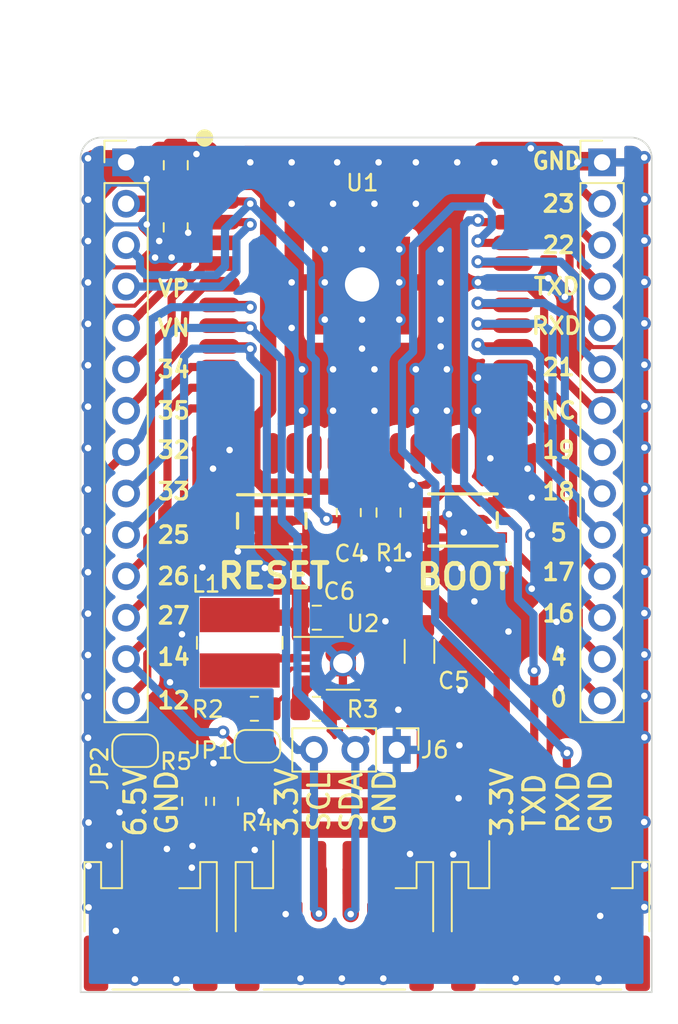
<source format=kicad_pcb>
(kicad_pcb (version 20210623) (generator pcbnew)
  (title_block (date "2019-06-01"))
  (layers (0 "F.Cu" signal) (31 "B.Cu" signal) (34 "B.Paste" user) (35 "F.Paste" user) (36 "B.SilkS" user "B.Silkscreen") (37 "F.SilkS" user "F.Silkscreen") (38 "B.Mask" user) (39 "F.Mask" user) (44 "Edge.Cuts" user))
  (net 0 "")
  (net 1 "+3V3")
  (net 2 "GND")
  (net 3 "Net-(C4-Pad1)")
  (net 4 "MODE")
  (net 5 "Net-(J1-Pad12)")
  (net 6 "Net-(J1-Pad11)")
  (net 7 "Net-(J1-Pad10)")
  (net 8 "Net-(J1-Pad9)")
  (net 9 "BATTERY")
  (net 10 "Net-(J1-Pad7)")
  (net 11 "Net-(J1-Pad6)")
  (net 12 "Net-(J1-Pad5)")
  (net 13 "Net-(J1-Pad4)")
  (net 14 "Net-(J2-Pad2)")
  (net 15 "Net-(J2-Pad3)")
  (net 16 "Net-(J2-Pad4)")
  (net 17 "Net-(J2-Pad5)")
  (net 18 "Net-(J2-Pad6)")
  (net 19 "Net-(J2-Pad7)")
  (net 20 "Net-(J2-Pad8)")
  (net 21 "Net-(J2-Pad9)")
  (net 22 "Net-(J2-Pad10)")
  (net 23 "Net-(J2-Pad11)")
  (net 24 "Net-(J2-Pad12)")
  (net 25 "Net-(J2-Pad13)")
  (net 26 "Net-(J2-Pad14)")
  (net 27 "Net-(J1-Pad14)")
  (net 28 "+6V")
  (net 29 "Net-(L1-Pad1)")
  (net 30 "Net-(JP1-Pad2)")
  (net 31 "Net-(R3-Pad1)")
  (net 43 "Net-(R4-Pad2)")
  (footprint "Capacitor_SMD:C_0805_2012Metric_Pad1.18x1.45mm_HandSolder" (layer "F.Cu") (at 152.65 99.24 -90)
    (fp_text reference "C1" hide)
    (fp_text value "10u")
  )
  (footprint "Capacitor_SMD:C_0805_2012Metric_Pad1.18x1.45mm_HandSolder" (layer "F.Cu") (at 152.654 95.4255 90)
    (fp_text reference "C2" hide)
    (fp_text value "0.1u")
  )
  (footprint "Capacitor_SMD:C_0805_2012Metric_Pad1.18x1.45mm_HandSolder" (layer "F.Cu") (at 165.7096 116.7384 90)
    (fp_text reference "C4")
    (fp_text value "0.1u")
  )
  (footprint "Connector_PinHeader_2.54mm:PinHeader_1x14_P2.54mm_Vertical" (layer "F.Cu") (at 149.606 95.25)
    (fp_text reference "J1")
    (fp_text value "Conn_01x14")
  )
  (footprint "Connector_PinHeader_2.54mm:PinHeader_1x14_P2.54mm_Vertical" (layer "F.Cu") (at 178.816 95.25)
    (fp_text reference "J2")
    (fp_text value "Conn_01x14")
  )
  (footprint "Resistor_SMD:R_0805_2012Metric_Pad1.20x1.40mm_HandSolder" (layer "F.Cu") (at 163.2712 116.7384 -90)
    (fp_text reference "R1")
    (fp_text value "10k")
  )
  (footprint "Connector_JST:JST_PH_S2B-PH-SM4-TB_1x02-1MP_P2.00mm_Horizontal" (layer "F.Cu") (at 151.1128 141.4964)
    (fp_text reference "J3")
    (fp_text value "Conn_01x02_Male")
  )
  (footprint "Connector_JST:JST_PH_S4B-PH-SM4-TB_1x04-1MP_P2.00mm_Horizontal" (layer "F.Cu") (at 175.652 141.4964)
    (fp_text reference "J4")
    (fp_text value "Conn_01x04_Male")
  )
  (footprint "Connector_JST:JST_PH_S4B-PH-SM4-TB_1x04-1MP_P2.00mm_Horizontal" (layer "F.Cu") (at 162.3904 141.4964)
    (fp_text reference "J5")
    (fp_text value "Conn_01x04_Male")
  )
  (footprint "Resistor_SMD:R_0805_2012Metric_Pad1.20x1.40mm_HandSolder" (layer "F.Cu") (at 153.78 134.46 -90)
    (fp_text reference "R5")
    (fp_text value "1M")
  )
  (footprint "Resistor_SMD:R_0805_2012Metric_Pad1.20x1.40mm_HandSolder" (layer "F.Cu") (at 155.74 134.46 90)
    (fp_text reference "R4")
    (fp_text value "1M" hide)
  )
  (footprint "Capacitor_SMD:C_1206_3216Metric_Pad1.33x1.80mm_HandSolder" (layer "F.Cu") (at 167.61 125.26 90)
    (fp_text reference "C5")
    (fp_text value "4.7u")
  )
  (footprint "Local:VSSOP-8_3.0x3.0mm_P0.65mm_withPAD" (layer "F.Cu") (at 162.91 125.99)
    (fp_text reference "U2")
    (fp_text value "TPS62840")
  )
  (footprint "Capacitor_SMD:C_0805_2012Metric_Pad1.18x1.45mm_HandSolder" (layer "F.Cu") (at 161.31 123.19)
    (fp_text reference "C6")
    (fp_text value "10u")
  )
  (footprint "Resistor_SMD:R_0805_2012Metric_Pad1.20x1.40mm_HandSolder" (layer "F.Cu") (at 161.29 128.78)
    (fp_text reference "R3")
    (fp_text value "52.3k")
  )
  (footprint "Jumper:SolderJumper-2_P1.3mm_Open_RoundedPad1.0x1.5mm" (layer "F.Cu") (at 157.66 131.08)
    (fp_text reference "JP1")
    (fp_text value "SolderJumper_2_Open")
  )
  (footprint "Jumper:SolderJumper-2_P1.3mm_Open_RoundedPad1.0x1.5mm" (layer "F.Cu") (at 150.16 131.35)
    (fp_text reference "JP2")
    (fp_text value "SolderJumper_2_Open")
  )
  (footprint "Akizuki:SKRPACE010" (layer "F.Cu") (at 158.5468 117.2464)
    (fp_text reference "SW1" hide)
    (fp_text value "RESET")
  )
  (footprint "Local:VLCF5028T-1R8N2R2-2" (layer "F.Cu") (at 156.58 124.73 90)
    (fp_text reference "L1")
    (fp_text value "2.2u" hide)
  )
  (footprint "Local:ESP32-WROOM" (layer "F.Cu") (at 164.33 100.36 180)
    (fp_text reference "U1")
    (fp_text value "ESP32-WROOM")
  )
  (footprint "Connector_PinHeader_2.54mm:PinHeader_1x03_P2.54mm_Vertical" (layer "F.Cu") (at 166.215 131.3025 -90)
    (fp_text reference "J6")
    (fp_text value "Conn_01x03_Male")
  )
  (footprint "Akizuki:SKRPACE010" (layer "F.Cu") (at 170.2816 117.1956)
    (fp_text reference "SW2" hide)
    (fp_text value "BOOT")
  )
  (footprint "Resistor_SMD:R_0805_2012Metric_Pad1.20x1.40mm_HandSolder" (layer "F.Cu") (at 157.48 128.78 180)
    (fp_text reference "R2")
    (fp_text value "1M")
  )
  (gr_arc (start 180.594 94.996) (end 181.864 94.996) (angle -90) (layer "Edge.Cuts") (width 0.1))
  (gr_arc (start 148.082 94.996) (end 148.082 93.726) (angle -90) (layer "Edge.Cuts") (width 0.1))
  (gr_line (start 146.812 146.17) (end 146.812 94.996) (layer "Edge.Cuts") (width 0.1))
  (gr_line (start 181.864 94.996) (end 181.864 146.17) (layer "Edge.Cuts") (width 0.1))
  (gr_line (start 148.082 93.726) (end 180.594 93.726) (layer "Edge.Cuts") (width 0.1))
  (gr_line (start 181.864 146.17) (end 146.812 146.17) (layer "Edge.Cuts") (width 0.1))
  (gr_text "GND" (at 176.02 95.17) (layer "F.SilkS") (effects (font (size 1.016 0.95) (thickness 0.2032))))
  (gr_text "23" (at 176.149 97.79) (layer "F.SilkS") (effects (font (size 1.016 1.016) (thickness 0.2032))))
  (gr_text "22" (at 176.149 100.33) (layer "F.SilkS") (effects (font (size 1.016 1.016) (thickness 0.2032))))
  (gr_text "21" (at 176.149 107.823) (layer "F.SilkS") (effects (font (size 1.016 1.016) (thickness 0.2032))))
  (gr_text "TXD" (at 176.022 102.87) (layer "F.SilkS") (effects (font (size 1.016 1.016) (thickness 0.2032))))
  (gr_text "RXD" (at 176.01 105.283) (layer "F.SilkS") (effects (font (size 1.016 1.016) (thickness 0.2032))))
  (gr_text "18" (at 176.149 115.443) (layer "F.SilkS") (effects (font (size 1.016 1.016) (thickness 0.2032))))
  (gr_text "5" (at 176.149 117.983) (layer "F.SilkS") (effects (font (size 1.016 1.016) (thickness 0.2032))))
  (gr_text "17" (at 176.149 120.396) (layer "F.SilkS") (effects (font (size 1.016 1.016) (thickness 0.2032))))
  (gr_text "16" (at 176.149 122.936) (layer "F.SilkS") (effects (font (size 1.016 1.016) (thickness 0.2032))))
  (gr_text "NC" (at 176.149 110.49) (layer "F.SilkS") (effects (font (size 1.016 1.016) (thickness 0.2032))))
  (gr_text "19" (at 176.149 112.903) (layer "F.SilkS") (effects (font (size 1.016 1.016) (thickness 0.2032))))
  (gr_text "0" (at 176.149 128.143) (layer "F.SilkS") (effects (font (size 1.016 1.016) (thickness 0.2032))))
  (gr_text "4" (at 176.149 125.603) (layer "F.SilkS") (effects (font (size 1.016 1.016) (thickness 0.2032))))
  (gr_text "33" (at 152.527 115.443) (layer "F.SilkS") (effects (font (size 1.016 1.016) (thickness 0.2032))))
  (gr_text "25" (at 152.527 118.11) (layer "F.SilkS") (effects (font (size 1.016 1.016) (thickness 0.2032))))
  (gr_text "35" (at 152.527 110.49) (layer "F.SilkS") (effects (font (size 1.016 1.016) (thickness 0.2032))))
  (gr_text "34" (at 152.527 107.95) (layer "F.SilkS") (effects (font (size 1.016 1.016) (thickness 0.2032))))
  (gr_text "VP" (at 152.527 102.997) (layer "F.SilkS") (effects (font (size 1.016 1.016) (thickness 0.2032))))
  (gr_text "VN" (at 152.527 105.41) (layer "F.SilkS") (effects (font (size 1.016 1.016) (thickness 0.2032))))
  (gr_text "32" (at 152.527 112.903) (layer "F.SilkS") (effects (font (size 1.016 1.016) (thickness 0.2032))))
  (gr_text "12" (at 152.527 128.27) (layer "F.SilkS") (effects (font (size 1.016 1.016) (thickness 0.2032))))
  (gr_text "27" (at 152.527 123.063) (layer "F.SilkS") (effects (font (size 1.016 1.016) (thickness 0.2032))))
  (gr_text "26" (at 152.527 120.65) (layer "F.SilkS") (effects (font (size 1.016 1.016) (thickness 0.2032))))
  (gr_text "14" (at 152.527 125.603) (layer "F.SilkS") (effects (font (size 1.016 1.016) (thickness 0.2032))))
  (gr_text "GND" (at 152.104 134.52 90) (layer "F.SilkS") (effects (font (size 1.3 1.3) (thickness 0.2))))
  (gr_text "3.3V" (at 159.47 134.52 90) (layer "F.SilkS") (effects (font (size 1.3 1.3) (thickness 0.2))))
  (gr_text "SCL" (at 161.4512 134.52 90) (layer "F.SilkS") (effects (font (size 1.3 1.3) (thickness 0.2))))
  (gr_text "SDA" (at 163.4324 134.52 90) (layer "F.SilkS") (effects (font (size 1.3 1.3) (thickness 0.2))))
  (gr_text "GND" (at 165.4644 134.52 90) (layer "F.SilkS") (effects (font (size 1.3 1.3) (thickness 0.2))))
  (gr_text "3.3V" (at 172.678 134.52 90) (layer "F.SilkS") (effects (font (size 1.3 1.3) (thickness 0.2))))
  (gr_text "TXD" (at 174.6592 134.52 90) (layer "F.SilkS") (effects (font (size 1.3 1.3) (thickness 0.2))))
  (gr_text "RXD" (at 176.742 134.52 90) (layer "F.SilkS") (effects (font (size 1.3 1.3) (thickness 0.2))))
  (gr_text "GND" (at 178.7232 134.52 90) (layer "F.SilkS") (effects (font (size 1.3 1.3) (thickness 0.2))))
  (gr_text "6.5V" (at 150.1736 134.52 90) (layer "F.SilkS") (effects (font (size 1.3 1.3) (thickness 0.2))))
  (segment (start 170.20248 136.19688) (end 172.652 138.6464) (width 1) (layer "F.Cu") (net 1))
  (segment (start 162.616699 115.146399) (end 162.714963 115.244663) (width 1) (layer "F.Cu") (net 1))
  (segment (start 159.3904 138.6464) (end 159.3904 136.8964) (width 1) (layer "F.Cu") (net 1))
  (segment (start 168.074261 121.749511) (end 172.652 126.32725) (width 1) (layer "F.Cu") (net 1))
  (segment (start 160.08992 136.19688) (end 170.20248 136.19688) (width 1) (layer "F.Cu") (net 1))
  (segment (start 158.326001 97.261999) (end 158.326001 110.405999) (width 1) (layer "F.Cu") (net 1))
  (segment (start 151.5595 98.1225) (end 152.654 98.1225) (width 1) (layer "F.Cu") (net 1))
  (segment (start 160.2725 123.19) (end 160.2725 124.302989) (width 1) (layer "F.Cu") (net 1))
  (segment (start 168.074261 121.749511) (end 160.519511 121.749511) (width 1) (layer "F.Cu") (net 1))
  (segment (start 157.353 114.274359) (end 157.302441 114.274359) (width 1) (layer "F.Cu") (net 1))
  (segment (start 156.430401 115.146399) (end 155.386799 115.146399) (width 1) (layer "F.Cu") (net 1))
  (segment (start 160.519511 121.749511) (end 160.2725 121.5025) (width 1) (layer "F.Cu") (net 1))
  (segment (start 151.227 97.79) (end 149.606 97.79) (width 1) (layer "F.Cu") (net 1))
  (segment (start 160.2725 121.5025) (end 160.2725 123.19) (width 1) (layer "F.Cu") (net 1))
  (segment (start 158.326001 110.405999) (end 157.353 111.379) (width 1) (layer "F.Cu") (net 1))
  (segment (start 157.353 111.379) (end 157.353 114.274359) (width 1) (layer "F.Cu") (net 1))
  (segment (start 155.313 96.363) (end 155.33 96.38) (width 1) (layer "F.Cu") (net 1))
  (segment (start 155.33 96.38) (end 155.400009 96.450009) (width 1) (layer "F.Cu") (net 1))
  (segment (start 157.063056 121.28) (end 160.05 121.28) (width 1) (layer "F.Cu") (net 1))
  (segment (start 162.714963 115.244663) (end 163.2712 115.8009) (width 1) (layer "F.Cu") (net 1))
  (segment (start 159.3904 136.8964) (end 160.08992 136.19688) (width 1) (layer "F.Cu") (net 1))
  (segment (start 158.22504 115.146399) (end 162.616699 115.146399) (width 1) (layer "F.Cu") (net 1))
  (segment (start 151.227 97.79) (end 151.5595 98.1225) (width 1) (layer "F.Cu") (net 1))
  (segment (start 160.05 121.28) (end 160.2725 121.5025) (width 1) (layer "F.Cu") (net 1))
  (segment (start 155.400009 96.450009) (end 157.514011 96.450009) (width 1) (layer "F.Cu") (net 1))
  (segment (start 154.87401 115.659188) (end 154.87401 119.090954) (width 1) (layer "F.Cu") (net 1))
  (segment (start 160.2725 124.302989) (end 160.71 124.740489) (width 1) (layer "F.Cu") (net 1))
  (segment (start 157.353 114.274359) (end 158.22504 115.146399) (width 1) (layer "F.Cu") (net 1))
  (segment (start 157.302441 114.274359) (end 156.430401 115.146399) (width 1) (layer "F.Cu") (net 1))
  (segment (start 152.654 96.363) (end 152.654 98.1225) (width 1) (layer "F.Cu") (net 1))
  (segment (start 156.74 123.19) (end 156.58 123.03) (width 1) (layer "F.Cu") (net 1))
  (segment (start 155.386799 115.146399) (end 154.87401 115.659188) (width 1) (layer "F.Cu") (net 1))
  (segment (start 152.654 96.363) (end 155.313 96.363) (width 1) (layer "F.Cu") (net 1))
  (segment (start 160.2725 123.19) (end 156.74 123.19) (width 1) (layer "F.Cu") (net 1))
  (segment (start 172.652 126.32725) (end 172.652 138.6464) (width 1) (layer "F.Cu") (net 1))
  (segment (start 154.87401 119.090954) (end 157.063056 121.28) (width 1) (layer "F.Cu") (net 1))
  (segment (start 157.514011 96.450009) (end 158.326001 97.261999) (width 1) (layer "F.Cu") (net 1))
  (segment (start 164.03 102.81) (end 164.03 102.81) (width 1) (layer "F.Cu") (net 2))
  (segment (start 176.929999 105.263001) (end 178.251999 106.585001) (width 0.25) (layer "F.Cu") (net 2))
  (segment (start 147.27 128.02) (end 147.27 130.56) (width 0.2) (layer "F.Cu") (net 2))
  (segment (start 163.575 124.365) (end 164.03 124.82) (width 1) (layer "F.Cu") (net 2))
  (segment (start 149.606 95.25) (end 149.86 95.25) (width 1) (layer "F.Cu") (net 2))
  (segment (start 181.4 140.94) (end 181.41 140.95) (width 0.5) (layer "F.Cu") (net 2))
  (segment (start 164.03 98.81) (end 164.03 102.81) (width 1) (layer "F.Cu") (net 2))
  (segment (start 153.924 94.742) (end 151.848 94.742) (width 1) (layer "F.Cu") (net 2))
  (segment (start 177.292 95.25) (end 176.726315 95.25) (width 1) (layer "F.Cu") (net 2))
  (segment (start 147.574 94.996) (end 153.67 94.996) (width 1) (layer "F.Cu") (net 2))
  (segment (start 151.8135 100.838) (end 152.654 99.9975) (width 1) (layer "F.Cu") (net 2))
  (segment (start 162.91 125.99) (end 162.91 125.03) (width 1) (layer "F.Cu") (net 2))
  (segment (start 176.929999 103.904999) (end 176.929999 105.263001) (width 0.25) (layer "F.Cu") (net 2))
  (segment (start 147.574 102.616) (end 148.495001 101.694999) (width 0.25) (layer "F.Cu") (net 2))
  (segment (start 153.924 94.742) (end 158.5468 94.742) (width 1) (layer "F.Cu") (net 2))
  (segment (start 147.574 105.156) (end 148.684999 104.045001) (width 0.25) (layer "F.Cu") (net 2))
  (segment (start 153.416 99.568) (end 153.0835 99.568) (width 1) (layer "F.Cu") (net 2))
  (segment (start 147.27 115.32) (end 147.27 128.02) (width 0.2) (layer "F.Cu") (net 2))
  (segment (start 160.47 95.25) (end 164.03 98.81) (width 1) (layer "F.Cu") (net 2))
  (segment (start 147.27 112.78) (end 147.27 115.32) (width 0.2) (layer "F.Cu") (net 2))
  (segment (start 158.5468 94.742) (end 159.0548 95.25) (width 1) (layer "F.Cu") (net 2))
  (segment (start 176.726315 95.25) (end 175.964315 94.488) (width 1) (layer "F.Cu") (net 2))
  (segment (start 172.48601 95.22999) (end 167.61001 95.22999) (width 1) (layer "F.Cu") (net 2))
  (segment (start 176.565989 103.667989) (end 176.565989 104.503506) (width 1) (layer "F.Cu") (net 2))
  (segment (start 162.91 125.03) (end 163.155 124.785) (width 1) (layer "F.Cu") (net 2))
  (segment (start 178.251999 106.585001) (end 179.672999 106.585001) (width 0.25) (layer "F.Cu") (net 2))
  (segment (start 151.848 94.742) (end 150.350001 96.239999) (width 1) (layer "F.Cu") (net 2))
  (segment (start 152.4 101.092) (end 151.156001 102.335999) (width 1) (layer "F.Cu") (net 2))
  (segment (start 150.781001 101.694999) (end 151.384 101.092) (width 0.5) (layer "F.Cu") (net 2))
  (segment (start 176.53 103.505) (end 176.929999 103.904999) (width 0.25) (layer "F.Cu") (net 2))
  (segment (start 176.53 103.505) (end 176.53 107.403002) (width 0.25) (layer "F.Cu") (net 2))
  (segment (start 150.876 103.308046) (end 151.222023 102.962023) (width 0.25) (layer "F.Cu") (net 2))
  (segment (start 173.33 95.11) (end 172.606 95.11) (width 1) (layer "F.Cu") (net 2))
  (segment (start 150.350001 96.239999) (end 149.379918 96.239999) (width 1) (layer "F.Cu") (net 2))
  (segment (start 153.0835 99.568) (end 152.654 99.9975) (width 1) (layer "F.Cu") (net 2))
  (segment (start 149.86 95.25) (end 150.876 96.266) (width 1) (layer "F.Cu") (net 2))
  (segment (start 150.527001 101.694999) (end 150.781001 101.694999) (width 0.5) (layer "F.Cu") (net 2))
  (segment (start 152.0675 99.9975) (end 151.384 99.314) (width 1) (layer "F.Cu") (net 2))
  (segment (start 159.766 102.616) (end 161.798 102.616) (width 1) (layer "F.Cu") (net 2))
  (segment (start 149.379918 96.239999) (end 149.592818 95.973031) (width 1) (layer "F.Cu") (net 2))
  (segment (start 148.684999 104.045001) (end 150.139045 104.045001) (width 0.25) (layer "F.Cu") (net 2))
  (segment (start 164.084 106.68) (end 164.084 104.902) (width 1) (layer "F.Cu") (net 2))
  (segment (start 148.717 96.139) (end 148.717 96.393) (width 1) (layer "F.Cu") (net 2))
  (segment (start 177.292 95.25) (end 178.593809 95.25) (width 1) (layer "F.Cu") (net 2))
  (segment (start 157.086 95.11) (end 157.226 95.25) (width 1) (layer "F.Cu") (net 2))
  (segment (start 150.527001 101.694999) (end 150.527001 101.706999) (width 0.5) (layer "F.Cu") (net 2))
  (segment (start 147.27 110.24) (end 147.27 130.56) (width 0.5) (layer "F.Cu") (net 2))
  (segment (start 162.4 123.19) (end 163.575 124.365) (width 1) (layer "F.Cu") (net 2))
  (segment (start 159.0548 95.25) (end 160.47 95.25) (width 1) (layer "F.Cu") (net 2))
  (segment (start 176.53 103.505) (end 176.53 103.632) (width 1) (layer "F.Cu") (net 2))
  (segment (start 176.53 107.403002) (end 178.416587 109.289589) (width 0.25) (layer "F.Cu") (net 2))
  (segment (start 150.876 95.25) (end 150.876 96.266) (width 1) (layer "F.Cu") (net 2))
  (segment (start 152.654 99.9975) (end 152.3215 99.9975) (width 1) (layer "F.Cu") (net 2))
  (segment (start 150.139045 104.045001) (end 150.876 103.308046) (width 0.25) (layer "F.Cu") (net 2))
  (segment (start 178.295 95.11) (end 178.435 95.25) (width 1) (layer "F.Cu") (net 2))
  (segment (start 167.61001 95.22999) (end 164.03 98.81) (width 1) (layer "F.Cu") (net 2))
  (segment (start 150.527001 101.694999) (end 150.527001 101.333001) (width 0.5) (layer "F.Cu") (net 2))
  (segment (start 151.275999 100.584003) (end 151.275999 99.459999) (width 0.5) (layer "F.Cu") (net 2))
  (segment (start 176.53 103.632) (end 176.565989 103.667989) (width 1) (layer "F.Cu") (net 2))
  (segment (start 162.3475 125.4275) (end 162.91 125.99) (width 1) (layer "F.Cu") (net 2))
  (segment (start 152.654 94.488) (end 154.708 94.488) (width 1) (layer "F.Cu") (net 2))
  (segment (start 151.797001 101.694999) (end 152.4 101.092) (width 0.5) (layer "F.Cu") (net 2))
  (segment (start 162.3475 123.19) (end 162.4 123.19) (width 1) (layer "F.Cu") (net 2))
  (segment (start 149.606 95.25) (end 147.828 95.25) (width 1) (layer "F.Cu") (net 2))
  (segment (start 172.606 95.11) (end 172.48601 95.22999) (width 1) (layer "F.Cu") (net 2))
  (segment (start 166.3931 115.8009) (end 167.132 115.062) (width 0.5) (layer "F.Cu") (net 2))
  (segment (start 151.638 94.488) (end 150.876 95.25) (width 1) (layer "F.Cu") (net 2))
  (segment (start 151.156001 102.335999) (end 151.156001 102.497715) (width 1) (layer "F.Cu") (net 2))
  (segment (start 150.527001 101.333001) (end 151.275999 100.584003) (width 0.5) (layer "F.Cu") (net 2))
  (segment (start 167.132 115.062) (end 167.132 118.872) (width 0.5) (layer "F.Cu") (net 2))
  (segment (start 157.226 95.25) (end 159.0548 95.25) (width 1) (layer "F.Cu") (net 2))
  (segment (start 162.3475 123.9075) (end 163.155 124.715) (width 1) (layer "F.Cu") (net 2))
  (segment (start 153.67 94.996) (end 153.924 94.742) (width 1) (layer "F.Cu") (net 2))
  (segment (start 178.416587 109.289589) (end 180.155589 109.289589) (width 0.25) (layer "F.Cu") (net 2))
  (segment (start 150.527001 101.706999) (end 151.156001 102.335999) (width 0.5) (layer "F.Cu") (net 2))
  (segment (start 164.1725 123.6975) (end 164.119755 123.750245) (width 1) (layer "F.Cu") (net 2))
  (segment (start 162.3475 123.9075) (end 162.3475 125.4275) (width 1) (layer "F.Cu") (net 2))
  (segment (start 165.7096 115.8009) (end 166.3931 115.8009) (width 0.5) (layer "F.Cu") (net 2))
  (segment (start 175.964315 94.488) (end 171.45 94.488) (width 1) (layer "F.Cu") (net 2))
  (segment (start 163.155 124.785) (end 163.575 124.365) (width 1) (layer "F.Cu") (net 2))
  (segment (start 176.53 103.505) (end 176.53 104.070685) (width 0.25) (layer "F.Cu") (net 2))
  (segment (start 177.025 95.11) (end 177.165 95.25) (width 1) (layer "F.Cu") (net 2))
  (segment (start 149.606 95.25) (end 149.606 95.504) (width 1) (layer "F.Cu") (net 2))
  (segment (start 150.527001 101.694999) (end 151.797001 101.694999) (width 0.5) (layer "F.Cu") (net 2))
  (segment (start 154.708 94.488) (end 155.33 95.11) (width 1) (layer "F.Cu") (net 2))
  (segment (start 152.654 94.488) (end 151.638 94.488) (width 1) (layer "F.Cu") (net 2))
  (segment (start 163.559511 123.19) (end 164.119755 123.750245) (width 1) (layer "F.Cu") (net 2))
  (segment (start 164.119755 123.750245) (end 165.11 124.740489) (width 1) (layer "F.Cu") (net 2))
  (segment (start 176.565989 104.503506) (end 176.766241 104.703758) (width 1) (layer "F.Cu") (net 2))
  (segment (start 173.33 95.11) (end 178.295 95.11) (width 1) (layer "F.Cu") (net 2))
  (segment (start 162.3475 123.19) (end 162.3475 123.9075) (width 1) (layer "F.Cu") (net 2))
  (segment (start 176.53 104.070685) (end 176.599315 104.14) (width 0.25) (layer "F.Cu") (net 2))
  (segment (start 147.574 94.996) (end 148.717 96.139) (width 1) (layer "F.Cu") (net 2))
  (segment (start 167.61 123.6975) (end 164.1725 123.6975) (width 1) (layer "F.Cu") (net 2))
  (segment (start 148.717 96.393) (end 147.574 97.536) (width 1) (layer "F.Cu") (net 2))
  (segment (start 165.7096 115.8009) (end 165.9359 115.8009) (width 0.5) (layer "F.Cu") (net 2))
  (segment (start 155.33 95.11) (end 157.086 95.11) (width 1) (layer "F.Cu") (net 2))
  (segment (start 151.384 100.838) (end 151.8135 100.838) (width 1) (layer "F.Cu") (net 2))
  (segment (start 147.27 95) (end 147.27 110.24) (width 0.5) (layer "F.Cu") (net 2))
  (segment (start 149.606 95.504) (end 148.717 96.393) (width 1) (layer "F.Cu") (net 2))
  (segment (start 181.4 94.95) (end 181.4 140.94) (width 0.5) (layer "F.Cu") (net 2))
  (segment (start 168.91 102.616) (end 166.37 102.616) (width 1) (layer "F.Cu") (net 2))
  (segment (start 163.155 124.715) (end 163.155 124.785) (width 1) (layer "F.Cu") (net 2))
  (segment (start 177.292 95.25) (end 176.276 94.234) (width 0.25) (layer "F.Cu") (net 2))
  (segment (start 151.384 100.838) (end 151.384 99.64407) (width 1) (layer "F.Cu") (net 2))
  (segment (start 151.275999 99.459999) (end 150.876 99.06) (width 0.5) (layer "F.Cu") (net 2))
  (segment (start 178.593809 95.25) (end 178.695534 95.351725) (width 1) (layer "F.Cu") (net 2))
  (segment (start 173.33 95.11) (end 177.025 95.11) (width 1) (layer "F.Cu") (net 2))
  (segment (start 151.06244 99.32251) (end 150.837965 99.098035) (width 1) (layer "F.Cu") (net 2))
  (segment (start 152.654 99.9975) (end 152.0675 99.9975) (width 1) (layer "F.Cu") (net 2))
  (segment (start 148.495001 101.694999) (end 150.527001 101.694999) (width 0.25) (layer "F.Cu") (net 2))
  (segment (start 176.276 94.234) (end 171.704 94.234) (width 0.25) (layer "F.Cu") (net 2))
  (segment (start 162.3475 123.19) (end 163.559511 123.19) (width 1) (layer "F.Cu") (net 2))
  (segment (start 151.384 99.64407) (end 151.06244 99.32251) (width 1) (layer "F.Cu") (net 2))
  (via (at 166.37 100.584) (size 0.8) (drill 0.4) (layers "F.Cu" "B.Cu") (net 2))
  (via (at 166.37 102.616) (size 0.8) (drill 0.4) (layers "F.Cu" "B.Cu") (net 2))
  (via (at 164.846 107.95) (size 0.8) (drill 0.4) (layers "F.Cu" "B.Cu") (net 2))
  (via (at 166.37 104.902) (size 0.8) (drill 0.4) (layers "F.Cu" "B.Cu") (net 2))
  (via (at 164.846 110.49) (size 0.8) (drill 0.4) (layers "F.Cu" "B.Cu") (net 2))
  (via (at 153.924 94.742) (size 0.8) (drill 0.4) (layers "F.Cu" "B.Cu") (net 2))
  (via (at 167.386 107.95) (size 0.8) (drill 0.4) (layers "F.Cu" "B.Cu") (net 2))
  (via (at 162.306 107.95) (size 0.8) (drill 0.4) (layers "F.Cu" "B.Cu") (net 2))
  (via (at 159.766 95.25) (size 0.8) (drill 0.4) (layers "F.Cu" "B.Cu") (net 2))
  (via (at 167.386 95.25) (size 0.8) (drill 0.4) (layers "F.Cu" "B.Cu") (net 2))
  (via (at 169.926 95.25) (size 0.8) (drill 0.4) (layers "F.Cu" "B.Cu") (net 2))
  (via (at 167.386 110.49) (size 0.8) (drill 0.4) (layers "F.Cu" "B.Cu") (net 2))
  (via (at 162.306 110.49) (size 0.8) (drill 0.4) (layers "F.Cu" "B.Cu") (net 2))
  (via (at 159.766 97.79) (size 0.8) (drill 0.4) (layers "F.Cu" "B.Cu") (net 2))
  (via (at 162.306 97.79) (size 0.8) (drill 0.4) (layers "F.Cu" "B.Cu") (net 2))
  (via (at 164.846 97.79) (size 0.8) (drill 0.4) (layers "F.Cu" "B.Cu") (net 2))
  (via (at 167.386 97.79) (size 0.8) (drill 0.4) (layers "F.Cu" "B.Cu") (net 2))
  (via (at 172.212 95.25) (size 0.8) (drill 0.4) (layers "F.Cu" "B.Cu") (net 2))
  (via (at 174.44 94.39) (size 0.8) (drill 0.4) (layers "F.Cu" "B.Cu") (net 2))
  (via (at 177.292 95.25) (size 0.8) (drill 0.4) (layers "F.Cu" "B.Cu") (net 2))
  (via (at 181.4 94.95) (size 0.8) (drill 0.4) (layers "F.Cu" "B.Cu") (net 2))
  (via (at 147.27 95) (size 0.8) (drill 0.4) (layers "F.Cu" "B.Cu") (net 2))
  (via (at 181.41 97.51) (size 0.8) (drill 0.4) (layers "F.Cu" "B.Cu") (net 2))
  (via (at 147.27 97.54) (size 0.8) (drill 0.4) (layers "F.Cu" "B.Cu") (net 2))
  (via (at 181.41 100.05) (size 0.8) (drill 0.4) (layers "F.Cu" "B.Cu") (net 2))
  (via (at 147.27 100.08) (size 0.8) (drill 0.4) (layers "F.Cu" "B.Cu") (net 2))
  (via (at 181.41 102.59) (size 0.8) (drill 0.4) (layers "F.Cu" "B.Cu") (net 2))
  (via (at 147.27 102.62) (size 0.8) (drill 0.4) (layers "F.Cu" "B.Cu") (net 2))
  (via (at 181.41 105.13) (size 0.8) (drill 0.4) (layers "F.Cu" "B.Cu") (net 2))
  (via (at 147.27 105.16) (size 0.8) (drill 0.4) (layers "F.Cu" "B.Cu") (net 2))
  (via (at 181.41 107.67) (size 0.8) (drill 0.4) (layers "F.Cu" "B.Cu") (net 2))
  (via (at 147.27 107.7) (size 0.8) (drill 0.4) (layers "F.Cu" "B.Cu") (net 2))
  (via (at 181.41 110.21) (size 0.8) (drill 0.4) (layers "F.Cu" "B.Cu") (net 2))
  (via (at 147.27 110.24) (size 0.8) (drill 0.4) (layers "F.Cu" "B.Cu") (net 2))
  (via (at 181.41 112.75) (size 0.8) (drill 0.4) (layers "F.Cu" "B.Cu") (net 2))
  (via (at 147.27 112.78) (size 0.8) (drill 0.4) (layers "F.Cu" "B.Cu") (net 2))
  (via (at 181.41 115.29) (size 0.8) (drill 0.4) (layers "F.Cu" "B.Cu") (net 2))
  (via (at 147.27 115.32) (size 0.8) (drill 0.4) (layers "F.Cu" "B.Cu") (net 2))
  (via (at 181.41 117.83) (size 0.8) (drill 0.4) (layers "F.Cu" "B.Cu") (net 2))
  (via (at 147.27 117.86) (size 0.8) (drill 0.4) (layers "F.Cu" "B.Cu") (net 2))
  (via (at 181.41 120.37) (size 0.8) (drill 0.4) (layers "F.Cu" "B.Cu") (net 2))
  (via (at 147.27 120.4) (size 0.8) (drill 0.4) (layers "F.Cu" "B.Cu") (net 2))
  (via (at 181.41 122.91) (size 0.8) (drill 0.4) (layers "F.Cu" "B.Cu") (net 2))
  (via (at 147.27 122.94) (size 0.8) (drill 0.4) (layers "F.Cu" "B.Cu") (net 2))
  (via (at 181.41 125.45) (size 0.8) (drill 0.4) (layers "F.Cu" "B.Cu") (net 2))
  (via (at 147.27 125.48) (size 0.8) (drill 0.4) (layers "F.Cu" "B.Cu") (net 2))
  (via (at 181.41 127.99) (size 0.8) (drill 0.4) (layers "F.Cu" "B.Cu") (net 2))
  (via (at 147.27 128.02) (size 0.8) (drill 0.4) (layers "F.Cu" "B.Cu") (net 2))
  (via (at 181.41 130.53) (size 0.8) (drill 0.4) (layers "F.Cu" "B.Cu") (net 2))
  (via (at 147.27 130.56) (size 0.8) (drill 0.4) (layers "F.Cu" "B.Cu") (net 2))
  (via (at 181.4 138.397) (size 0.8) (drill 0.4) (layers "F.Cu" "B.Cu") (net 2))
  (via (at 147.3036 138.427) (size 0.8) (drill 0.4) (layers "F.Cu" "B.Cu") (net 2))
  (via (at 147.3036 140.967) (size 0.8) (drill 0.4) (layers "F.Cu" "B.Cu") (net 2))
  (via (at 173.5156 145.3318) (size 0.8) (drill 0.4) (layers "F.Cu" "B.Cu") (net 2))
  (via (at 176.0556 145.3318) (size 0.8) (drill 0.4) (layers "F.Cu" "B.Cu") (net 2))
  (via (at 178.5956 145.3318) (size 0.8) (drill 0.4) (layers "F.Cu" "B.Cu") (net 2))
  (via (at 150.1476 145.3826) (size 0.8) (drill 0.4) (layers "F.Cu" "B.Cu") (net 2))
  (via (at 152.6876 145.3826) (size 0.8) (drill 0.4) (layers "F.Cu" "B.Cu") (net 2))
  (via (at 160.3076 145.3318) (size 0.8) (drill 0.4) (layers "F.Cu" "B.Cu") (net 2))
  (via (at 162.8476 145.3318) (size 0.8) (drill 0.4) (layers "F.Cu" "B.Cu") (net 2))
  (via (at 165.3876 145.3318) (size 0.8) (drill 0.4) (layers "F.Cu" "B.Cu") (net 2))
  (via (at 147.3036 135.76) (size 0.8) (drill 0.4) (layers "F.Cu" "B.Cu") (net 2))
  (via (at 181.4 135.73) (size 0.8) (drill 0.4) (layers "F.Cu" "B.Cu") (net 2))
  (via (at 176.276 127.508) (size 0.8) (drill 0.4) (layers "F.Cu" "B.Cu") (net 2))
  (via (at 152.2984 127.1524) (size 0.8) (drill 0.4) (layers "F.Cu" "B.Cu") (net 2))
  (via (at 165.1 95.25) (size 0.8) (drill 0.4) (layers "F.Cu" "B.Cu") (net 2))
  (via (at 162.56 95.25) (size 0.8) (drill 0.4) (layers "F.Cu" "B.Cu") (net 2))
  (via (at 151.638 100.076) (size 0.8) (drill 0.4) (layers "F.Cu" "B.Cu") (net 2))
  (via (at 153.416 99.568) (size 0.8) (drill 0.4) (layers "F.Cu" "B.Cu") (net 2))
  (via (at 152.4 101.092) (size 0.8) (drill 0.4) (layers "F.Cu" "B.Cu") (net 2))
  (via (at 151.384 101.092) (size 0.8) (drill 0.4) (layers "F.Cu" "B.Cu") (net 2))
  (via (at 150.876 96.266) (size 0.8) (drill 0.4) (layers "F.Cu" "B.Cu") (net 2))
  (via (at 154.94 114.046) (size 0.8) (drill 0.4) (layers "F.Cu" "B.Cu") (net 2))
  (via (at 164.084 104.902) (size 0.8) (drill 0.4) (layers "F.Cu" "B.Cu") (net 2))
  (via (at 164.084 100.584) (size 0.8) (drill 0.4) (layers "F.Cu" "B.Cu") (net 2))
  (via (at 161.798 102.616) (size 0.8) (drill 0.4) (layers "F.Cu" "B.Cu") (net 2))
  (via (at 161.798 104.902) (size 0.8) (drill 0.4) (layers "F.Cu" "B.Cu") (net 2))
  (via (at 161.798 100.584) (size 0.8) (drill 0.4) (layers "F.Cu" "B.Cu") (net 2))
  (via (at 181.41 140.95) (size 0.8) (drill 0.4) (layers "F.Cu" "B.Cu") (net 2))
  (via (at 156.464 119.126) (size 0.8) (drill 0.4) (layers "F.Cu" "B.Cu") (net 2))
  (via (at 169.291 110.49) (size 0.8) (drill 0.4) (layers "F.Cu" "B.Cu") (net 2))
  (via (at 169.291 107.95) (size 0.8) (drill 0.4) (layers "F.Cu" "B.Cu") (net 2))
  (via (at 168.91 104.902) (size 0.8) (drill 0.4) (layers "F.Cu" "B.Cu") (net 2))
  (via (at 168.91 102.616) (size 0.8) (drill 0.4) (layers "F.Cu" "B.Cu") (net 2))
  (via (at 168.91 100.584) (size 0.8) (drill 0.4) (layers "F.Cu" "B.Cu") (net 2))
  (via (at 170.18 120.142) (size 0.8) (drill 0.4) (layers "F.Cu" "B.Cu") (net 2))
  (via (at 176.276 125.222) (size 0.8) (drill 0.4) (layers "F.Cu" "B.Cu") (net 2))
  (via (at 169.418 116.84) (size 0.8) (drill 0.4) (layers "F.Cu" "B.Cu") (net 2))
  (via (at 166.9288 119.3292) (size 0.8) (drill 0.4) (layers "F.Cu" "B.Cu") (net 2))
  (via (at 170.3324 117.9576) (size 0.8) (drill 0.4) (layers "F.Cu" "B.Cu") (net 2))
  (via (at 176.022 123.444) (size 0.8) (drill 0.4) (layers "F.Cu" "B.Cu") (net 2))
  (via (at 168.91 106.553) (size 0.8) (drill 0.4) (layers "F.Cu" "B.Cu") (net 2))
  (via (at 153.035 124.206) (size 0.8) (drill 0.4) (layers "F.Cu" "B.Cu") (net 2))
  (via (at 155.956 112.903) (size 0.8) (drill 0.4) (layers "F.Cu" "B.Cu") (net 2))
  (via (at 174.244 114.046) (size 0.8) (drill 0.4) (layers "F.Cu" "B.Cu") (net 2))
  (via (at 175.514 102.362) (size 0.8) (drill 0.4) (layers "F.Cu" "B.Cu") (net 2))
  (via (at 176.53 103.505) (size 0.8) (drill 0.4) (layers "F.Cu" "B.Cu") (net 2))
  (via (at 171.196 102.616) (size 0.8) (drill 0.4) (layers "F.Cu" "B.Cu") (net 2))
  (via (at 164.084 106.68) (size 0.8) (drill 0.4) (layers "F.Cu" "B.Cu") (net 2))
  (via (at 167.132 115.062) (size 0.8) (drill 0.4) (layers "F.Cu" "B.Cu") (net 2))
  (via (at 165.71 120.22) (size 0.8) (drill 0.4) (layers "F.Cu" "B.Cu") (net 2))
  (via (at 172.72 120.1928) (size 0.8) (drill 0.4) (layers "F.Cu" "B.Cu") (net 2))
  (via (at 164.2364 119.5324) (size 0.8) (drill 0.4) (layers "F.Cu" "B.Cu") (net 2))
  (via (at 148.9792 142.4108) (size 0.8) (drill 0.4) (layers "F.Cu" "B.Cu") (net 2))
  (via (at 158.12 120.14) (size 0.8) (drill 0.4) (layers "F.Cu" "B.Cu") (net 2))
  (via (at 159.766 105.41) (size 0.8) (drill 0.4) (layers "F.Cu" "B.Cu") (net 2))
  (via (at 159.398 141.38) (size 0.8) (drill 0.4) (layers "F.Cu" "B.Cu") (net 2))
  (via (at 157.226 95.25) (size 0.8) (drill 0.4) (layers "F.Cu" "B.Cu") (net 2))
  (via (at 165.52 123.41) (size 0.8) (drill 0.4) (layers "F.Cu" "B.Cu") (net 2))
  (via (at 174.498 118.11) (size 0.8) (drill 0.4) (layers "F.Cu" "B.Cu") (net 2))
  (via (at 153.64 138.53) (size 0.8) (drill 0.4) (layers "F.Cu" "B.Cu") (net 2))
  (via (at 170.01 134.27) (size 0.8) (drill 0.4) (layers "F.Cu" "B.Cu") (net 2))
  (via (at 173.07 124.04) (size 0.8) (drill 0.4) (layers "F.Cu" "B.Cu") (net 2))
  (via (at 174.498 121.412) (size 0.8) (drill 0.4) (layers "F.Cu" "B.Cu") (net 2))
  (via (at 152.11 137.38) (size 0.8) (drill 0.4) (layers "F.Cu" "B.Cu") (net 2))
  (via (at 148.57 137.17) (size 0.8) (drill 0.4) (layers "F.Cu" "B.Cu") (net 2))
  (via (at 159.766 102.616) (size 0.8) (drill 0.4) (layers "F.Cu" "B.Cu") (net 2))
  (via (at 160.401 107.95) (size 0.8) (drill 0.4) (layers "F.Cu" "B.Cu") (net 2))
  (via (at 157.86 135.06) (size 0.8) (drill 0.4) (layers "F.Cu" "B.Cu") (net 2))
  (via (at 171.958 113.411) (size 0.8) (drill 0.4) (layers "F.Cu" "B.Cu") (net 2))
  (via (at 167.03 137.69) (size 0.8) (drill 0.4) (layers "F.Cu" "B.Cu") (net 2))
  (via (at 171.196 110.49) (size 0.8) (drill 0.4) (layers "F.Cu" "B.Cu") (net 2))
  (via (at 153.68 137.2) (size 0.8) (drill 0.4) (layers "F.Cu" "B.Cu") (net 2))
  (via (at 150.876 99.06) (size 0.8) (drill 0.4) (layers "F.Cu" "B.Cu") (net 2))
  (via (at 157.5 137.44) (size 0.8) (drill 0.4) (layers "F.Cu" "B.Cu") (net 2))
  (via (at 170.98 122.19) (size 0.8) (drill 0.4) (layers "F.Cu" "B.Cu") (net 2))
  (via (at 170.13 127.64) (size 0.8) (drill 0.4) (layers "F.Cu" "B.Cu") (net 2))
  (via (at 154.29 120.11) (size 0.8) (drill 0.4) (layers "F.Cu" "B.Cu") (net 2))
  (via (at 169.68 137.72) (size 0.8) (drill 0.4) (layers "F.Cu" "B.Cu") (net 2))
  (via (at 170.06 131.02) (size 0.8) (drill 0.4) (layers "F.Cu" "B.Cu") (net 2))
  (via (at 166.31 128.84) (size 0.8) (drill 0.4) (layers "F.Cu" "B.Cu") (net 2))
  (via (at 174.498 115.824) (size 0.8) (drill 0.4) (layers "F.Cu" "B.Cu") (net 2))
  (via (at 178.7 141.49) (size 0.8) (drill 0.4) (layers "F.Cu" "B.Cu") (net 2))
  (via (at 160.401 110.49) (size 0.8) (drill 0.4) (layers "F.Cu" "B.Cu") (net 2))
  (via (at 149.2 135.13) (size 0.8) (drill 0.4) (layers "F.Cu" "B.Cu") (net 2))
  (via (at 164.084 102.743) (size 2.2) (drill 2.1) (layers "F.Cu" "B.Cu") (net 2))
  (via (at 154.97 132.12) (size 0.8) (drill 0.4) (layers "F.Cu" "B.Cu") (net 2))
  (via (at 171.196 108.458) (size 0.8) (drill 0.4) (layers "F.Cu" "B.Cu") (net 2))
  (segment (start 169.291 110.49) (end 169.291 116.713) (width 0.25) (layer "B.Cu") (net 2))
  (segment (start 153.416 99.002315) (end 149.972572 95.558886) (width 1) (layer "B.Cu") (net 2))
  (segment (start 148.495001 96.614999) (end 150.970999 96.614999) (width 0.25) (layer "B.Cu") (net 2))
  (segment (start 149.606 95.25) (end 151.275999 96.919999) (width 1) (layer "B.Cu") (net 2))
  (segment (start 149.972572 95.558886) (end 150.001974 95.534058) (width 1) (layer "B.Cu") (net 2))
  (segment (start 147.27 95) (end 147.27 140.9334) (width 0.5) (layer "B.Cu") (net 2))
  (segment (start 147.574 97.536) (end 148.495001 96.614999) (width 0.25) (layer "B.Cu") (net 2))
  (segment (start 148.59 99.06) (end 147.574 100.076) (width 0.25) (layer "B.Cu") (net 2))
  (segment (start 153.416 99.568) (end 153.416 98.044) (width 1) (layer "B.Cu") (net 2))
  (segment (start 147.27 140.9334) (end 147.3036 140.967) (width 0.5) (layer "B.Cu") (net 2))
  (segment (start 150.876 99.06) (end 148.59 99.06) (width 0.25) (layer "B.Cu") (net 2))
  (segment (start 150.529197 94.742) (end 150.033182 95.238015) (width 1) (layer "B.Cu") (net 2))
  (segment (start 151.275999 96.919999) (end 151.275999 98.660001) (width 1) (layer "B.Cu") (net 2))
  (segment (start 169.291 116.713) (end 169.418 116.84) (width 0.25) (layer "B.Cu") (net 2))
  (segment (start 153.924 94.742) (end 150.529197 94.742) (width 1) (layer "B.Cu") (net 2))
  (segment (start 153.416 99.568) (end 153.416 99.002315) (width 1) (layer "B.Cu") (net 2))
  (segment (start 150.001974 95.534058) (end 150.022968 95.28517) (width 1) (layer "B.Cu") (net 2))
  (segment (start 151.275999 98.660001) (end 150.876 99.06) (width 1) (layer "B.Cu") (net 2))
  (segment (start 150.970999 96.614999) (end 151.275999 96.919999) (width 0.25) (layer "B.Cu") (net 2))
  (segment (start 153.416 98.044) (end 150.876 95.504) (width 1) (layer "B.Cu") (net 2))
  (segment (start 162.7401 117.1448) (end 163.2712 117.6759) (width 0.5) (layer "F.Cu") (net 3))
  (segment (start 160.6218 116.1714) (end 160.9262 116.1714) (width 0.5) (layer "F.Cu") (net 3))
  (segment (start 165.7096 117.6759) (end 163.2712 117.6759) (width 0.5) (layer "F.Cu") (net 3))
  (segment (start 161.8996 117.1448) (end 162.7401 117.1448) (width 0.5) (layer "F.Cu") (net 3))
  (segment (start 160.6218 116.1714) (end 156.4718 116.1714) (width 0.5) (layer "F.Cu") (net 3))
  (segment (start 157.086 97.65) (end 157.226 97.79) (width 0.5) (layer "F.Cu") (net 3))
  (segment (start 155.33 97.65) (end 157.086 97.65) (width 0.5) (layer "F.Cu") (net 3))
  (segment (start 160.9262 116.1714) (end 161.8996 117.1448) (width 0.5) (layer "F.Cu") (net 3))
  (via (at 161.8996 117.1448) (size 0.8) (drill 0.4) (layers "F.Cu" "B.Cu") (net 3))
  (via (at 157.226 97.79) (size 0.8) (drill 0.4) (layers "F.Cu" "B.Cu") (net 3))
  (segment (start 160.947999 101.511999) (end 160.947999 107.099999) (width 0.5) (layer "B.Cu") (net 3))
  (segment (start 155.675989 101.626011) (end 155.675989 99.340011) (width 0.5) (layer "B.Cu") (net 3))
  (segment (start 150.455999 101.179999) (end 150.455999 101.795997) (width 0.5) (layer "B.Cu") (net 3))
  (segment (start 161.251001 116.496201) (end 161.251001 107.403001) (width 0.5) (layer "B.Cu") (net 3))
  (segment (start 155.13201 102.16999) (end 155.675989 101.626011) (width 0.5) (layer "B.Cu") (net 3))
  (segment (start 156.826001 98.189999) (end 157.226 97.79) (width 0.5) (layer "B.Cu") (net 3))
  (segment (start 150.829992 102.16999) (end 155.13201 102.16999) (width 0.5) (layer "B.Cu") (net 3))
  (segment (start 150.455999 101.795997) (end 150.829992 102.16999) (width 0.5) (layer "B.Cu") (net 3))
  (segment (start 149.606 100.33) (end 150.455999 101.179999) (width 0.5) (layer "B.Cu") (net 3))
  (segment (start 161.8996 117.1448) (end 161.251001 116.496201) (width 0.5) (layer "B.Cu") (net 3))
  (segment (start 157.226 97.79) (end 157.226 97.801998) (width 0.5) (layer "B.Cu") (net 3))
  (segment (start 157.226 97.79) (end 160.947999 101.511999) (width 0.5) (layer "B.Cu") (net 3))
  (segment (start 155.675989 99.340011) (end 156.826001 98.189999) (width 0.5) (layer "B.Cu") (net 3))
  (segment (start 160.947999 107.099999) (end 161.251001 107.403001) (width 0.5) (layer "B.Cu") (net 3))
  (segment (start 152.53002 117.094) (end 152.53002 121.255943) (width 0.5) (layer "F.Cu") (net 4))
  (segment (start 156.42 131.08) (end 155.55 130.21) (width 0.25) (layer "F.Cu") (net 4))
  (segment (start 151.357962 123.978038) (end 149.606 125.73) (width 0.5) (layer "F.Cu") (net 4))
  (segment (start 151.357962 122.428) (end 151.357962 123.978038) (width 0.5) (layer "F.Cu") (net 4))
  (segment (start 153.162 116.46202) (end 152.53002 117.094) (width 0.5) (layer "F.Cu") (net 4))
  (segment (start 152.53002 121.255943) (end 151.357962 122.428) (width 0.5) (layer "F.Cu") (net 4))
  (segment (start 153.162 110.768) (end 153.162 116.46202) (width 0.5) (layer "F.Cu") (net 4))
  (segment (start 157.01 131.08) (end 156.42 131.08) (width 0.25) (layer "F.Cu") (net 4))
  (segment (start 155.33 110.35) (end 153.58 110.35) (width 0.5) (layer "F.Cu") (net 4))
  (segment (start 153.58 110.35) (end 153.162 110.768) (width 0.5) (layer "F.Cu") (net 4))
  (via (at 155.55 130.21) (size 0.8) (drill 0.4) (layers "F.Cu" "B.Cu") (net 4))
  (segment (start 154.086 130.21) (end 155.55 130.21) (width 0.5) (layer "B.Cu") (net 4))
  (segment (start 149.606 125.73) (end 154.086 130.21) (width 0.5) (layer "B.Cu") (net 4))
  (segment (start 152.146 116.332) (end 151.83001 116.64799) (width 0.5) (layer "F.Cu") (net 5))
  (segment (start 152.146 110.514) (end 152.146 116.332) (width 0.5) (layer "F.Cu") (net 5))
  (segment (start 155.33 109.08) (end 153.58 109.08) (width 0.5) (layer "F.Cu") (net 5))
  (segment (start 151.83001 116.64799) (end 151.83001 120.96599) (width 0.5) (layer "F.Cu") (net 5))
  (segment (start 151.83001 120.96599) (end 150.455999 122.340001) (width 0.5) (layer "F.Cu") (net 5))
  (segment (start 153.58 109.08) (end 152.146 110.514) (width 0.5) (layer "F.Cu") (net 5))
  (segment (start 150.455999 122.340001) (end 149.606 123.19) (width 0.5) (layer "F.Cu") (net 5))
  (segment (start 153.58 107.81) (end 151.13 110.26) (width 0.5) (layer "F.Cu") (net 6))
  (segment (start 150.906001 119.349999) (end 150.455999 119.800001) (width 0.5) (layer "F.Cu") (net 6))
  (segment (start 151.13 118.11) (end 150.906001 118.333999) (width 0.5) (layer "F.Cu") (net 6))
  (segment (start 155.33 107.81) (end 153.58 107.81) (width 0.5) (layer "F.Cu") (net 6))
  (segment (start 150.906001 118.333999) (end 150.906001 119.349999) (width 0.5) (layer "F.Cu") (net 6))
  (segment (start 151.13 110.26) (end 151.13 118.11) (width 0.5) (layer "F.Cu") (net 6))
  (segment (start 150.455999 119.800001) (end 149.606 120.65) (width 0.5) (layer "F.Cu") (net 6))
  (segment (start 155.33 106.54) (end 157.086 106.54) (width 0.5) (layer "F.Cu") (net 7))
  (segment (start 157.086 106.54) (end 157.226 106.68) (width 0.5) (layer "F.Cu") (net 7))
  (segment (start 161.438 138.694) (end 161.3904 138.6464) (width 1) (layer "F.Cu") (net 7))
  (segment (start 161.438 141.35) (end 161.438 138.694) (width 1) (layer "F.Cu") (net 7))
  (via (at 161.438 141.35) (size 0.8) (drill 0.4) (layers "F.Cu" "B.Cu") (net 7))
  (via (at 157.226 106.68) (size 0.8) (drill 0.4) (layers "F.Cu" "B.Cu") (net 7))
  (segment (start 153.162 114.554) (end 149.606 118.11) (width 0.5) (layer "B.Cu") (net 7))
  (segment (start 157.226 106.68) (end 157.226 107.245685) (width 0.5) (layer "B.Cu") (net 7))
  (segment (start 159.42 130.61) (end 160.1125 131.3025) (width 0.5) (layer "B.Cu") (net 7))
  (segment (start 157.226 107.245685) (end 158.242 108.261685) (width 0.5) (layer "B.Cu") (net 7))
  (segment (start 158.242 118.752591) (end 159.42 119.930591) (width 0.5) (layer "B.Cu") (net 7))
  (segment (start 158.242 108.261685) (end 158.242 118.752591) (width 0.5) (layer "B.Cu") (net 7))
  (segment (start 159.42 119.930591) (end 159.42 130.61) (width 0.5) (layer "B.Cu") (net 7))
  (segment (start 161.135 141.047) (end 161.438 141.35) (width 0.5) (layer "B.Cu") (net 7))
  (segment (start 153.67 106.68) (end 153.162 107.188) (width 0.5) (layer "B.Cu") (net 7))
  (segment (start 157.226 106.68) (end 153.67 106.68) (width 0.5) (layer "B.Cu") (net 7))
  (segment (start 161.135 131.3025) (end 161.135 141.047) (width 0.5) (layer "B.Cu") (net 7))
  (segment (start 160.1125 131.3025) (end 161.135 131.3025) (width 0.5) (layer "B.Cu") (net 7))
  (segment (start 153.162 107.188) (end 153.162 114.554) (width 0.5) (layer "B.Cu") (net 7))
  (segment (start 163.388 141.38) (end 163.388 138.6488) (width 1) (layer "F.Cu") (net 8))
  (segment (start 155.33 105.27) (end 157.086 105.27) (width 0.5) (layer "F.Cu") (net 8))
  (segment (start 163.388 138.6488) (end 163.3904 138.6464) (width 1) (layer "F.Cu") (net 8))
  (segment (start 157.086 105.27) (end 157.226 105.41) (width 0.5) (layer "F.Cu") (net 8))
  (via (at 163.388 141.38) (size 0.8) (drill 0.4) (layers "F.Cu" "B.Cu") (net 8))
  (via (at 157.226 105.41) (size 0.8) (drill 0.4) (layers "F.Cu" "B.Cu") (net 8))
  (segment (start 163.675 131.3025) (end 163.675 141.093) (width 0.5) (layer "B.Cu") (net 8))
  (segment (start 152.146 105.918) (end 152.146 113.03) (width 0.5) (layer "B.Cu") (net 8))
  (segment (start 157.226 105.41) (end 152.654 105.41) (width 0.5) (layer "B.Cu") (net 8))
  (segment (start 152.146 113.03) (end 149.606 115.57) (width 0.5) (layer "B.Cu") (net 8))
  (segment (start 160.119519 127.747019) (end 163.675 131.3025) (width 0.5) (layer "B.Cu") (net 8))
  (segment (start 163.675 141.093) (end 163.388 141.38) (width 0.5) (layer "B.Cu") (net 8))
  (segment (start 159.158001 107.353999) (end 159.158001 117.26581) (width 0.5) (layer "B.Cu") (net 8))
  (segment (start 160.119519 118.227328) (end 160.119519 127.747019) (width 0.5) (layer "B.Cu") (net 8))
  (segment (start 164.3 130.6775) (end 163.675 131.3025) (width 0.5) (layer "B.Cu") (net 8))
  (segment (start 157.226 105.41) (end 157.226 105.421998) (width 0.5) (layer "B.Cu") (net 8))
  (segment (start 152.654 105.41) (end 152.146 105.918) (width 0.5) (layer "B.Cu") (net 8))
  (segment (start 157.226 105.421998) (end 159.158001 107.353999) (width 0.5) (layer "B.Cu") (net 8))
  (segment (start 159.158001 117.26581) (end 160.119519 118.227328) (width 0.5) (layer "B.Cu") (net 8))
  (segment (start 148.119511 114.516489) (end 148.119511 129.959511) (width 0.5) (layer "F.Cu") (net 9))
  (segment (start 155.33 104) (end 157.086 104) (width 0.5) (layer "F.Cu") (net 9))
  (segment (start 149.606 113.03) (end 148.119511 114.516489) (width 0.5) (layer "F.Cu") (net 9))
  (segment (start 157.086 104) (end 157.226 104.14) (width 0.5) (layer "F.Cu") (net 9))
  (segment (start 148.119511 129.959511) (end 149.51 131.35) (width 0.5) (layer "F.Cu") (net 9))
  (via (at 157.226 104.14) (size 0.8) (drill 0.4) (layers "F.Cu" "B.Cu") (net 9))
  (segment (start 151.13 104.902) (end 151.13 110.72091) (width 0.5) (layer "B.Cu") (net 9))
  (segment (start 150.455999 112.180001) (end 149.606 113.03) (width 0.5) (layer "B.Cu") (net 9))
  (segment (start 151.13 110.72091) (end 150.455999 112.180001) (width 0.5) (layer "B.Cu") (net 9))
  (segment (start 152.4 104.14) (end 151.13 104.902) (width 0.5) (layer "B.Cu") (net 9))
  (segment (start 157.226 104.14) (end 152.4 104.14) (width 0.5) (layer "B.Cu") (net 9))
  (segment (start 153.266597 103.990597) (end 153.133202 106.397202) (width 0.5) (layer "F.Cu") (net 10))
  (segment (start 155.33 102.73) (end 154.527194 102.73) (width 0.5) (layer "F.Cu") (net 10))
  (segment (start 153.133202 106.397202) (end 150.455999 109.640001) (width 0.5) (layer "F.Cu") (net 10))
  (segment (start 154.527194 102.73) (end 153.266597 103.990597) (width 0.5) (layer "F.Cu") (net 10))
  (segment (start 150.455999 109.640001) (end 149.606 110.49) (width 0.5) (layer "F.Cu") (net 10))
  (segment (start 152.4 105.156) (end 149.606 107.95) (width 0.5) (layer "F.Cu") (net 11))
  (segment (start 155.33 101.46) (end 154.527194 101.46) (width 0.5) (layer "F.Cu") (net 11))
  (segment (start 152.4 103.587194) (end 152.4 105.156) (width 0.5) (layer "F.Cu") (net 11))
  (segment (start 154.527194 101.46) (end 152.4 103.587194) (width 0.5) (layer "F.Cu") (net 11))
  (segment (start 154.51 100.19) (end 153.728099 100.971901) (width 0.5) (layer "F.Cu") (net 12))
  (segment (start 153.34952 101.386678) (end 153.34952 101.647712) (width 0.5) (layer "F.Cu") (net 12))
  (segment (start 153.34952 101.647712) (end 150.455999 104.541233) (width 0.5) (layer "F.Cu") (net 12))
  (segment (start 150.455999 104.560001) (end 150.455999 104.541233) (width 0.5) (layer "F.Cu") (net 12))
  (segment (start 153.728099 100.971901) (end 153.728099 101.008099) (width 0.5) (layer "F.Cu") (net 12))
  (segment (start 153.728099 101.008099) (end 153.34952 101.386678) (width 0.5) (layer "F.Cu") (net 12))
  (segment (start 155.33 100.19) (end 154.51 100.19) (width 0.5) (layer "F.Cu") (net 12))
  (segment (start 149.606 105.41) (end 150.455999 104.560001) (width 0.5) (layer "F.Cu") (net 12))
  (segment (start 155.33 98.92) (end 157.086 98.92) (width 0.5) (layer "F.Cu") (net 13))
  (segment (start 157.086 98.92) (end 157.226 99.06) (width 0.5) (layer "F.Cu") (net 13))
  (via (at 157.226 99.06) (size 0.8) (drill 0.4) (layers "F.Cu" "B.Cu") (net 13))
  (segment (start 156.826001 99.459999) (end 157.226 99.06) (width 0.5) (layer "B.Cu") (net 13))
  (segment (start 155.448 102.87) (end 156.375999 101.942001) (width 0.5) (layer "B.Cu") (net 13))
  (segment (start 149.606 102.87) (end 155.448 102.87) (width 0.5) (layer "B.Cu") (net 13))
  (segment (start 156.375999 99.910001) (end 156.826001 99.459999) (width 0.5) (layer "B.Cu") (net 13))
  (segment (start 156.375999 101.942001) (end 156.375999 99.910001) (width 0.5) (layer "B.Cu") (net 13))
  (segment (start 173.33 96.38) (end 172.53 96.38) (width 0.25) (layer "F.Cu") (net 14))
  (segment (start 173.33 96.38) (end 177.025 96.38) (width 0.5) (layer "F.Cu") (net 14))
  (segment (start 177.025 96.38) (end 178.435 97.79) (width 0.5) (layer "F.Cu") (net 14))
  (segment (start 173.33 97.65) (end 175.755 97.65) (width 0.5) (layer "F.Cu") (net 15))
  (segment (start 175.755 97.65) (end 178.435 100.33) (width 0.5) (layer "F.Cu") (net 15))
  (segment (start 173.33 97.65) (end 172.53 97.65) (width 0.25) (layer "F.Cu") (net 15))
  (segment (start 173.33 97.65) (end 174.485 97.65) (width 0.25) (layer "F.Cu") (net 15))
  (segment (start 176.035038 98.92) (end 177.515999 100.400961) (width 0.5) (layer "F.Cu") (net 16))
  (segment (start 173.33 98.92) (end 171.31 98.92) (width 0.5) (layer "F.Cu") (net 16))
  (segment (start 174.652 126.4428) (end 174.652 138.6464) (width 0.5) (layer "F.Cu") (net 16))
  (segment (start 177.515999 100.400961) (end 177.515999 101.569999) (width 0.5) (layer "F.Cu") (net 16))
  (segment (start 173.33 98.92) (end 172.53 98.92) (width 0.25) (layer "F.Cu") (net 16))
  (segment (start 171.31 98.92) (end 171.196 98.806) (width 0.5) (layer "F.Cu") (net 16))
  (segment (start 173.33 98.92) (end 176.035038 98.92) (width 0.5) (layer "F.Cu") (net 16))
  (segment (start 177.966001 102.020001) (end 178.816 102.87) (width 0.5) (layer "F.Cu") (net 16))
  (segment (start 177.515999 101.569999) (end 177.966001 102.020001) (width 0.5) (layer "F.Cu") (net 16))
  (segment (start 174.6504 126.4412) (end 174.652 126.4428) (width 0.5) (layer "F.Cu") (net 16))
  (via (at 171.196 98.806) (size 0.8) (drill 0.4) (layers "F.Cu" "B.Cu") (net 16))
  (via (at 174.6504 126.4412) (size 0.8) (drill 0.4) (layers "F.Cu" "B.Cu") (net 16))
  (segment (start 173.647999 122.043997) (end 174.608481 123.004479) (width 0.5) (layer "B.Cu") (net 16))
  (segment (start 174.608481 123.004479) (end 174.608481 126.399281) (width 0.5) (layer "B.Cu") (net 16))
  (segment (start 173.139999 117.259999) (end 173.647999 117.767999) (width 0.5) (layer "B.Cu") (net 16))
  (segment (start 174.608481 126.399281) (end 174.6504 126.4412) (width 0.5) (layer "B.Cu") (net 16))
  (segment (start 170.630315 98.806) (end 170.345999 99.090316) (width 0.5) (layer "B.Cu") (net 16))
  (segment (start 170.345999 114.973999) (end 172.631999 117.259999) (width 0.5) (layer "B.Cu") (net 16))
  (segment (start 172.631999 117.259999) (end 173.139999 117.259999) (width 0.5) (layer "B.Cu") (net 16))
  (segment (start 173.647999 117.767999) (end 173.647999 122.043997) (width 0.5) (layer "B.Cu") (net 16))
  (segment (start 170.345999 99.090316) (end 170.345999 114.973999) (width 0.5) (layer "B.Cu") (net 16))
  (segment (start 171.196 98.806) (end 170.630315 98.806) (width 0.5) (layer "B.Cu") (net 16))
  (segment (start 177.515999 104.109999) (end 178.816 105.41) (width 0.5) (layer "F.Cu") (net 17))
  (segment (start 173.33 100.19) (end 173.956029 100.19) (width 0.25) (layer "F.Cu") (net 17))
  (segment (start 176.315076 100.19) (end 176.815989 100.690913) (width 0.5) (layer "F.Cu") (net 17))
  (segment (start 171.31 100.19) (end 171.196 100.076) (width 0.5) (layer "F.Cu") (net 17))
  (segment (start 176.66 131.49) (end 176.652 131.498) (width 0.5) (layer "F.Cu") (net 17))
  (segment (start 176.652 131.498) (end 176.652 138.6464) (width 0.5) (layer "F.Cu") (net 17))
  (segment (start 173.33 100.19) (end 176.315076 100.19) (width 0.5) (layer "F.Cu") (net 17))
  (segment (start 176.815989 101.859952) (end 177.515999 102.559962) (width 0.5) (layer "F.Cu") (net 17))
  (segment (start 173.33 100.19) (end 171.31 100.19) (width 0.5) (layer "F.Cu") (net 17))
  (segment (start 173.33 100.19) (end 174.13 100.19) (width 0.25) (layer "F.Cu") (net 17))
  (segment (start 177.515999 102.559962) (end 177.515999 104.109999) (width 0.5) (layer "F.Cu") (net 17))
  (segment (start 176.815989 100.690913) (end 176.815989 101.859952) (width 0.5) (layer "F.Cu") (net 17))
  (segment (start 173.33 100.19) (end 172.53 100.19) (width 0.25) (layer "F.Cu") (net 17))
  (segment (start 173.33 100.19) (end 174.132806 100.19) (width 0.5) (layer "F.Cu") (net 17))
  (via (at 171.196 100.076) (size 0.8) (drill 0.4) (layers "F.Cu" "B.Cu") (net 17))
  (via (at 176.66 131.49) (size 0.8) (drill 0.4) (layers "F.Cu" "B.Cu") (net 17))
  (segment (start 171.604001 97.955999) (end 169.633001 97.955999) (width 0.5) (layer "B.Cu") (net 17))
  (segment (start 169.633001 97.955999) (end 167.220001 100.368999) (width 0.5) (layer "B.Cu") (net 17))
  (segment (start 172.046001 98.397999) (end 171.604001 97.955999) (width 0.5) (layer "B.Cu") (net 17))
  (segment (start 166.535999 107.541999) (end 166.535999 112.931997) (width 0.5) (layer "B.Cu") (net 17))
  (segment (start 167.220001 100.368999) (end 167.220001 106.857997) (width 0.5) (layer "B.Cu") (net 17))
  (segment (start 166.535999 112.931997) (end 168.582001 114.977999) (width 0.5) (layer "B.Cu") (net 17))
  (segment (start 168.582001 116.163997) (end 168.568489 116.177509) (width 0.5) (layer "B.Cu") (net 17))
  (segment (start 168.568489 116.177509) (end 168.568489 123.398489) (width 0.5) (layer "B.Cu") (net 17))
  (segment (start 168.568489 123.398489) (end 176.66 131.49) (width 0.5) (layer "B.Cu") (net 17))
  (segment (start 171.196 100.076) (end 172.046001 99.225999) (width 0.5) (layer "B.Cu") (net 17))
  (segment (start 172.046001 99.225999) (end 172.046001 98.397999) (width 0.5) (layer "B.Cu") (net 17))
  (segment (start 167.220001 106.857997) (end 166.535999 107.541999) (width 0.5) (layer "B.Cu") (net 17))
  (segment (start 168.582001 114.977999) (end 168.582001 116.163997) (width 0.5) (layer "B.Cu") (net 17))
  (segment (start 173.33 101.46) (end 174.13 101.46) (width 0.25) (layer "F.Cu") (net 18))
  (segment (start 171.31 101.46) (end 171.196 101.346) (width 0.5) (layer "F.Cu") (net 18))
  (segment (start 173.33 101.46) (end 171.31 101.46) (width 0.5) (layer "F.Cu") (net 18))
  (via (at 171.196 101.346) (size 0.8) (drill 0.4) (layers "F.Cu" "B.Cu") (net 18))
  (segment (start 177.515999 106.649999) (end 177.966001 107.100001) (width 0.5) (layer "B.Cu") (net 18))
  (segment (start 176.276 101.346) (end 177.515999 102.585999) (width 0.5) (layer "B.Cu") (net 18))
  (segment (start 171.196 101.346) (end 176.276 101.346) (width 0.5) (layer "B.Cu") (net 18))
  (segment (start 177.515999 102.585999) (end 177.515999 106.649999) (width 0.5) (layer "B.Cu") (net 18))
  (segment (start 177.966001 107.100001) (end 178.816 107.95) (width 0.5) (layer "B.Cu") (net 18))
  (segment (start 178.790011 109.739599) (end 178.790011 110.49) (width 0.25) (layer "F.Cu") (net 19))
  (segment (start 173.33 102.73) (end 174.13 102.73) (width 0.25) (layer "F.Cu") (net 19))
  (segment (start 173.33 102.73) (end 172.53 102.73) (width 0.25) (layer "F.Cu") (net 19))
  (segment (start 174.132806 102.73) (end 175.26 103.857194) (width 0.5) (layer "F.Cu") (net 19))
  (segment (start 177.585001 109.640001) (end 178.435 110.49) (width 0.5) (layer "F.Cu") (net 19))
  (segment (start 173.33 102.73) (end 174.132806 102.73) (width 0.5) (layer "F.Cu") (net 19))
  (segment (start 175.26 107.315) (end 177.585001 109.640001) (width 0.5) (layer "F.Cu") (net 19))
  (segment (start 175.26 103.857194) (end 175.26 107.315) (width 0.5) (layer "F.Cu") (net 19))
  (segment (start 173.33 104) (end 171.31 104) (width 0.5) (layer "F.Cu") (net 20))
  (segment (start 171.31 104) (end 171.196 103.886) (width 0.5) (layer "F.Cu") (net 20))
  (via (at 171.196 103.886) (size 0.8) (drill 0.4) (layers "F.Cu" "B.Cu") (net 20))
  (segment (start 171.196 103.886) (end 175.26 103.886) (width 0.5) (layer "B.Cu") (net 20))
  (segment (start 175.26 103.886) (end 176.53 104.648) (width 0.5) (layer "B.Cu") (net 20))
  (segment (start 176.53 110.998) (end 178.816 113.03) (width 0.5) (layer "B.Cu") (net 20))
  (segment (start 176.53 104.648) (end 176.53 110.998) (width 0.5) (layer "B.Cu") (net 20))
  (segment (start 173.33 105.27) (end 174.13 105.27) (width 0.25) (layer "F.Cu") (net 21))
  (segment (start 173.33 105.27) (end 171.31 105.27) (width 0.5) (layer "F.Cu") (net 21))
  (segment (start 171.31 105.27) (end 171.196 105.156) (width 0.5) (layer "F.Cu") (net 21))
  (via (at 171.196 105.156) (size 0.8) (drill 0.4) (layers "F.Cu" "B.Cu") (net 21))
  (segment (start 175.006 105.156) (end 175.768 105.664) (width 0.5) (layer "B.Cu") (net 21))
  (segment (start 175.768 113.03) (end 177.966001 114.720001) (width 0.5) (layer "B.Cu") (net 21))
  (segment (start 171.196 105.156) (end 175.006 105.156) (width 0.5) (layer "B.Cu") (net 21))
  (segment (start 177.966001 114.720001) (end 178.816 115.57) (width 0.5) (layer "B.Cu") (net 21))
  (segment (start 175.768 105.664) (end 175.768 113.03) (width 0.5) (layer "B.Cu") (net 21))
  (segment (start 171.31 106.54) (end 171.196 106.426) (width 0.5) (layer "F.Cu") (net 22))
  (segment (start 173.33 106.54) (end 171.31 106.54) (width 0.5) (layer "F.Cu") (net 22))
  (via (at 171.196 106.426) (size 0.8) (drill 0.4) (layers "F.Cu" "B.Cu") (net 22))
  (segment (start 174.643999 106.825999) (end 175.006 107.188) (width 0.5) (layer "B.Cu") (net 22))
  (segment (start 177.966001 117.260001) (end 178.816 118.11) (width 0.5) (layer "B.Cu") (net 22))
  (segment (start 177.515999 116.809999) (end 177.966001 117.260001) (width 0.5) (layer "B.Cu") (net 22))
  (segment (start 171.196 106.426) (end 171.595999 106.825999) (width 0.5) (layer "B.Cu") (net 22))
  (segment (start 175.006 113.549998) (end 177.515999 116.059997) (width 0.5) (layer "B.Cu") (net 22))
  (segment (start 171.595999 106.825999) (end 174.643999 106.825999) (width 0.5) (layer "B.Cu") (net 22))
  (segment (start 175.006 107.188) (end 175.006 113.549998) (width 0.5) (layer "B.Cu") (net 22))
  (segment (start 177.515999 116.059997) (end 177.515999 116.809999) (width 0.5) (layer "B.Cu") (net 22))
  (segment (start 174.132806 107.81) (end 177.038 110.715194) (width 0.5) (layer "F.Cu") (net 23))
  (segment (start 177.038 110.715194) (end 177.038 118.872) (width 0.5) (layer "F.Cu") (net 23))
  (segment (start 173.33 107.81) (end 174.132806 107.81) (width 0.5) (layer "F.Cu") (net 23))
  (segment (start 173.33 107.81) (end 174.13 107.81) (width 0.25) (layer "F.Cu") (net 23))
  (segment (start 177.038 118.872) (end 178.816 120.65) (width 0.5) (layer "F.Cu") (net 23))
  (segment (start 176.276 111.223194) (end 176.276 116.586) (width 0.5) (layer "F.Cu") (net 24))
  (segment (start 177.064038 119.888) (end 177.064038 121.438038) (width 0.5) (layer "F.Cu") (net 24))
  (segment (start 176.33799 116.64799) (end 176.33799 119.161953) (width 0.5) (layer "F.Cu") (net 24))
  (segment (start 177.064038 121.438038) (end 178.816 123.19) (width 0.5) (layer "F.Cu") (net 24))
  (segment (start 173.33 109.08) (end 174.132806 109.08) (width 0.5) (layer "F.Cu") (net 24))
  (segment (start 174.132806 109.08) (end 176.276 111.223194) (width 0.5) (layer "F.Cu") (net 24))
  (segment (start 176.33799 119.161953) (end 177.064038 119.888) (width 0.5) (layer "F.Cu") (net 24))
  (segment (start 176.276 116.586) (end 176.33799 116.64799) (width 0.5) (layer "F.Cu") (net 24))
  (segment (start 175.514 119.327926) (end 176.364028 120.177954) (width 0.5) (layer "F.Cu") (net 25))
  (segment (start 177.380001 122.743963) (end 177.380001 124.294001) (width 0.5) (layer "F.Cu") (net 25))
  (segment (start 177.966001 124.880001) (end 178.816 125.73) (width 0.5) (layer "F.Cu") (net 25))
  (segment (start 175.514 111.731194) (end 175.514 119.327926) (width 0.5) (layer "F.Cu") (net 25))
  (segment (start 177.380001 124.294001) (end 177.966001 124.880001) (width 0.5) (layer "F.Cu") (net 25))
  (segment (start 173.33 110.35) (end 174.132806 110.35) (width 0.5) (layer "F.Cu") (net 25))
  (segment (start 176.364028 121.727991) (end 177.380001 122.743963) (width 0.5) (layer "F.Cu") (net 25))
  (segment (start 176.364028 120.177954) (end 176.364028 121.727991) (width 0.5) (layer "F.Cu") (net 25))
  (segment (start 174.132806 110.35) (end 175.514 111.731194) (width 0.5) (layer "F.Cu") (net 25))
  (segment (start 175.171999 123.086018) (end 175.171999 125.376001) (width 0.5) (layer "F.Cu") (net 26))
  (segment (start 177.966001 127.420001) (end 178.816 128.27) (width 0.5) (layer "F.Cu") (net 26))
  (segment (start 168.4066 116.1206) (end 168.2066 116.1206) (width 0.5) (layer "F.Cu") (net 26))
  (segment (start 171.3316 116.1206) (end 170.5066 115.2956) (width 0.5) (layer "F.Cu") (net 26))
  (segment (start 173.33 111.62) (end 173.33 113.976) (width 0.5) (layer "F.Cu") (net 26))
  (segment (start 175.664018 121.320016) (end 175.664018 122.593999) (width 0.5) (layer "F.Cu") (net 26))
  (segment (start 175.171999 125.376001) (end 176.186398 126.3904) (width 0.5) (layer "F.Cu") (net 26))
  (segment (start 173.647999 117.779997) (end 173.647999 119.303997) (width 0.5) (layer "F.Cu") (net 26))
  (segment (start 175.664018 122.593999) (end 175.171999 123.086018) (width 0.5) (layer "F.Cu") (net 26))
  (segment (start 176.9364 126.3904) (end 177.966001 127.420001) (width 0.5) (layer "F.Cu") (net 26))
  (segment (start 173.647999 119.303997) (end 175.664018 121.320016) (width 0.5) (layer "F.Cu") (net 26))
  (segment (start 176.186398 126.3904) (end 176.9364 126.3904) (width 0.5) (layer "F.Cu") (net 26))
  (segment (start 172.3566 116.1206) (end 171.3316 116.1206) (width 0.5) (layer "F.Cu") (net 26))
  (segment (start 172.3566 114.9494) (end 172.3566 116.1206) (width 0.5) (layer "F.Cu") (net 26))
  (segment (start 170.5066 115.2956) (end 169.2316 115.2956) (width 0.5) (layer "F.Cu") (net 26))
  (segment (start 173.33 113.976) (end 172.3566 114.9494) (width 0.5) (layer "F.Cu") (net 26))
  (segment (start 172.3566 116.1206) (end 172.3566 116.488598) (width 0.5) (layer "F.Cu") (net 26))
  (segment (start 172.3566 116.488598) (end 173.647999 117.779997) (width 0.5) (layer "F.Cu") (net 26))
  (segment (start 169.2316 115.2956) (end 168.4066 116.1206) (width 0.5) (layer "F.Cu") (net 26))
  (segment (start 150.455999 127.420001) (end 149.606 128.27) (width 0.5) (layer "F.Cu") (net 27))
  (segment (start 152.057972 124.267991) (end 150.906001 125.419962) (width 0.5) (layer "F.Cu") (net 27))
  (segment (start 150.906001 125.419962) (end 150.906001 126.969999) (width 0.5) (layer "F.Cu") (net 27))
  (segment (start 153.924 116.689983) (end 153.23003 117.383953) (width 0.5) (layer "F.Cu") (net 27))
  (segment (start 155.33 111.624) (end 153.924 112.268) (width 0.5) (layer "F.Cu") (net 27))
  (segment (start 150.906001 126.969999) (end 150.455999 127.420001) (width 0.5) (layer "F.Cu") (net 27))
  (segment (start 152.057972 122.717954) (end 152.057972 124.267991) (width 0.5) (layer "F.Cu") (net 27))
  (segment (start 153.924 112.776) (end 153.924 116.689983) (width 0.5) (layer "F.Cu") (net 27))
  (segment (start 153.924 112.776) (end 153.86201 112.83799) (width 0.5) (layer "F.Cu") (net 27))
  (segment (start 153.23003 117.383953) (end 153.23003 121.545896) (width 0.5) (layer "F.Cu") (net 27))
  (segment (start 153.924 112.268) (end 153.924 112.776) (width 0.5) (layer "F.Cu") (net 27))
  (segment (start 155.33 111.62) (end 155.33 111.624) (width 0.5) (layer "F.Cu") (net 27))
  (segment (start 153.23003 121.545896) (end 152.057972 122.717954) (width 0.5) (layer "F.Cu") (net 27))
  (segment (start 167.94 132.676522) (end 167.94 127.1525) (width 1) (layer "F.Cu") (net 28))
  (segment (start 152.76303 141.09592) (end 151.46257 141.09592) (width 1) (layer "F.Cu") (net 28))
  (segment (start 167.4675 126.965) (end 167.61 126.8225) (width 1) (layer "F.Cu") (net 28))
  (segment (start 158.155545 133.209511) (end 155.905056 135.46) (width 1) (layer "F.Cu") (net 28))
  (segment (start 155.905056 135.46) (end 155.74 135.46) (width 1) (layer "F.Cu") (net 28))
  (segment (start 155.74 135.46) (end 155.74 138.11895) (width 1) (layer "F.Cu") (net 28))
  (segment (start 165.11 126.965) (end 167.4675 126.965) (width 1) (layer "F.Cu") (net 28))
  (segment (start 155.74 138.11895) (end 152.76303 141.09592) (width 1) (layer "F.Cu") (net 28))
  (segment (start 165.11 126.965) (end 165.11 126.589511) (width 1) (layer "F.Cu") (net 28))
  (segment (start 151.46257 141.09592) (end 150.1128 139.74615) (width 1) (layer "F.Cu") (net 28))
  (segment (start 167.94 127.1525) (end 167.61 126.8225) (width 1) (layer "F.Cu") (net 28))
  (segment (start 167.407011 133.209511) (end 158.155545 133.209511) (width 1) (layer "F.Cu") (net 28))
  (segment (start 150.1128 138.6464) (end 150.1128 136.8964) (width 1) (layer "F.Cu") (net 28))
  (segment (start 167.407011 133.209511) (end 167.94 132.676522) (width 1) (layer "F.Cu") (net 28))
  (segment (start 150.1128 139.74615) (end 150.1128 138.6464) (width 1) (layer "F.Cu") (net 28))
  (segment (start 159.78 125.689511) (end 159.78 125.68) (width 0.5) (layer "F.Cu") (net 29))
  (segment (start 159.429511 125.689511) (end 159.78 125.689511) (width 0.5) (layer "F.Cu") (net 29))
  (segment (start 159.78 125.68) (end 159.8 125.66) (width 0.5) (layer "F.Cu") (net 29))
  (segment (start 160.71 125.665) (end 159.454022 125.665) (width 0.25) (layer "F.Cu") (net 29))
  (segment (start 157.320489 125.689511) (end 159.429511 125.689511) (width 0.5) (layer "F.Cu") (net 29))
  (segment (start 159.454022 125.665) (end 159.429511 125.689511) (width 0.25) (layer "F.Cu") (net 29))
  (segment (start 156.58 126.43) (end 157.320489 125.689511) (width 0.5) (layer "F.Cu") (net 29))
  (segment (start 158.48 128.78) (end 158.48 130.91) (width 0.25) (layer "F.Cu") (net 30))
  (segment (start 159.760978 126.315) (end 159.46548 126.610498) (width 0.25) (layer "F.Cu") (net 30))
  (segment (start 159.46548 126.610498) (end 159.46548 127.79452) (width 0.25) (layer "F.Cu") (net 30))
  (segment (start 159.46548 127.79452) (end 158.48 128.78) (width 0.25) (layer "F.Cu") (net 30))
  (segment (start 158.48 130.91) (end 158.31 131.08) (width 0.25) (layer "F.Cu") (net 30))
  (segment (start 160.71 126.315) (end 159.760978 126.315) (width 0.25) (layer "F.Cu") (net 30))
  (segment (start 160.29 128.78) (end 160.29 127.659511) (width 1) (layer "F.Cu") (net 31))
  (segment (start 160.29 127.659511) (end 160.71 127.239511) (width 1) (layer "F.Cu") (net 31))
  (segment (start 151.67 131.35) (end 153.78 133.46) (width 1) (layer "F.Cu") (net 43))
  (segment (start 155.74 133.46) (end 153.78 133.46) (width 1) (layer "F.Cu") (net 43))
  (segment (start 150.81 131.35) (end 151.67 131.35) (width 1) (layer "F.Cu") (net 43))
  (zone (net 2) (net_name "GND") (layer "F.Cu") (connect_pads (clearance 0.508)) (min_thickness 0.254) (fill yes (thermal_gap 0.508) (thermal_bridge_width 0.508))
    (polygon (pts (xy 146.8456 93.682) (xy 146.8456 146.3224) (xy 181.8976 146.3224) (xy 181.8976 93.682)))
  )
  (zone (net 2) (net_name "GND") (layer "F.Cu") (connect_pads (clearance 0.508)) (min_thickness 0.254) (fill yes (thermal_gap 0.508) (thermal_bridge_width 0.508))
    (polygon (pts (xy 155.448 93.726) (xy 173.228 93.726) (xy 173.228 113.284) (xy 155.448 113.284)))
  )
  (zone (net 0) (net_name "") (layers F&B.Cu) (connect_pads (clearance 0)) (min_thickness 0.254)
    (keepout (tracks not_allowed) (vias not_allowed) (pads not_allowed) (copperpour not_allowed) (footprints allowed))
    (fill (thermal_gap 0.508) (thermal_bridge_width 0.508))
    (polygon (pts (xy 159.08 125.26) (xy 154.077941 125.260071) (xy 154.087941 124.140071) (xy 159.07 124.14)))
  )
  (zone (net 2) (net_name "GND") (layer "B.Cu") (connect_pads (clearance 0.508)) (min_thickness 0.254) (fill yes (thermal_gap 0.508) (thermal_bridge_width 0.508))
    (polygon (pts (xy 181.8976 146.3224) (xy 146.8456 146.3224) (xy 146.8456 93.642) (xy 181.8976 93.642)))
  )
  (zone (net 0) (net_name "") (layer "B.Cu") (connect_pads (clearance 0)) (min_thickness 0.254)
    (keepout (tracks allowed) (vias allowed) (pads allowed) (copperpour not_allowed) (footprints allowed))
    (fill (thermal_gap 0.508) (thermal_bridge_width 0.508))
    (polygon (pts (xy 159.09 127.52) (xy 154.09 127.52) (xy 154.09 121.89) (xy 159.09 121.89)))
  )
)
</source>
